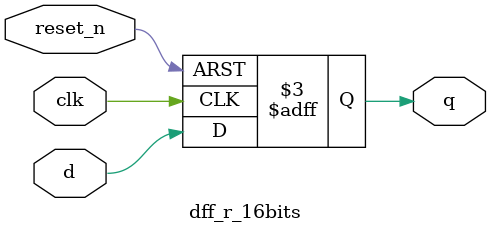
<source format=v>
module dff_r_16bits(clk, reset_n, d, q); // this module means resettable d flipflop 
input clk, reset_n; // define input clk, reset_n
input d; // define input d
output reg q; // define output q

always @ (posedge clk or negedge reset_n) // Make flip flop through always statement
begin 
	if(reset_n == 1'b0) q <= 1'b0; // reset is active low so, reset_n == 0  q is reset
	else q <= d; // q = d
end
endmodule // end of module
</source>
